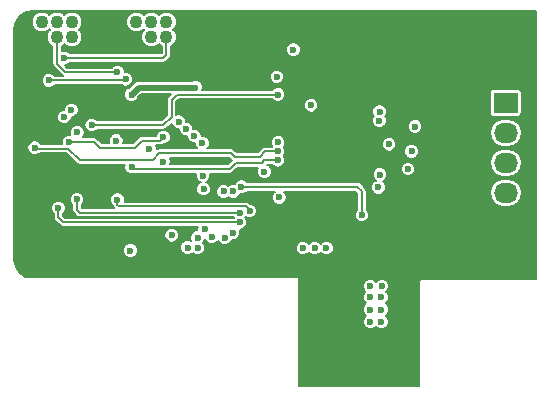
<source format=gbr>
G04 #@! TF.FileFunction,Copper,L3,Inr,Signal*
%FSLAX46Y46*%
G04 Gerber Fmt 4.6, Leading zero omitted, Abs format (unit mm)*
G04 Created by KiCad (PCBNEW 4.0.3+e1-6302~38~ubuntu14.04.1-stable) date Wed Sep  7 14:23:00 2016*
%MOMM*%
%LPD*%
G01*
G04 APERTURE LIST*
%ADD10C,0.100000*%
%ADD11C,0.600000*%
%ADD12R,2.032000X1.727200*%
%ADD13O,2.032000X1.727200*%
%ADD14C,1.100000*%
%ADD15C,0.500000*%
%ADD16C,0.200000*%
%ADD17C,0.150000*%
G04 APERTURE END LIST*
D10*
D11*
X152000000Y-83000000D03*
X152000000Y-81000000D03*
X153000000Y-84000000D03*
X151000000Y-84000000D03*
X153000000Y-82000000D03*
X151000000Y-82000000D03*
X153000000Y-80000000D03*
X151000000Y-80000000D03*
D12*
X167000000Y-78190000D03*
D13*
X167000000Y-80730000D03*
X167000000Y-83270000D03*
X167000000Y-85810000D03*
D11*
X143425000Y-83150000D03*
X144425000Y-82150000D03*
D14*
X138270000Y-72635000D03*
X138270000Y-71365000D03*
X137000000Y-72635000D03*
X137000000Y-71365000D03*
X135730000Y-72635000D03*
X135730000Y-71365000D03*
X130270000Y-72635000D03*
X130270000Y-71365000D03*
X129000000Y-72635000D03*
X129000000Y-71365000D03*
X127730000Y-72635000D03*
X127730000Y-71365000D03*
D11*
X149425000Y-71200000D03*
X148425000Y-71200000D03*
X147425000Y-71200000D03*
X146425000Y-71200000D03*
X145425000Y-71200000D03*
X144425000Y-71200000D03*
X143425000Y-71200000D03*
X142425000Y-71200000D03*
X141425000Y-71200000D03*
X140425000Y-71200000D03*
X129525000Y-82700000D03*
X135325000Y-77500000D03*
X140725000Y-76900000D03*
X138025000Y-83200000D03*
X149025000Y-73700000D03*
X151825000Y-90500000D03*
X150825000Y-90500000D03*
X149825000Y-90500000D03*
X140925000Y-90450000D03*
X139925000Y-80400000D03*
X140075000Y-90450000D03*
X139325000Y-79800000D03*
X143925000Y-89200000D03*
X143925000Y-85700000D03*
X143225000Y-89600000D03*
X143125000Y-85700000D03*
X156475000Y-95700000D03*
X156475000Y-94650000D03*
X156525000Y-93700000D03*
X155525000Y-93700000D03*
X155525000Y-94650000D03*
X155525000Y-95700000D03*
X155525000Y-96750000D03*
X156475000Y-96750000D03*
X135225000Y-90700000D03*
X156350000Y-84275000D03*
X156300000Y-79725000D03*
X141375000Y-84350000D03*
X142125000Y-89550000D03*
X141525000Y-88900000D03*
X141425000Y-85500000D03*
X138725000Y-89400000D03*
X141325000Y-81600000D03*
X156225000Y-85350000D03*
X156325000Y-78950000D03*
X147825000Y-86200000D03*
X159325000Y-80200000D03*
X157125000Y-81700000D03*
X159025000Y-82300000D03*
X158725000Y-83800000D03*
X144625000Y-85300000D03*
X154825000Y-87700000D03*
X150525000Y-78400000D03*
X147625000Y-76000000D03*
X146575000Y-84025000D03*
X129625000Y-74400000D03*
X129625000Y-79400000D03*
X138025000Y-81100000D03*
X130025000Y-81500000D03*
X136825000Y-82100000D03*
X134825000Y-76200000D03*
X128325000Y-76300000D03*
X147725000Y-83050000D03*
X135325000Y-83600000D03*
X147725000Y-82300000D03*
X127125000Y-82000000D03*
X147725000Y-77500000D03*
X147725000Y-81550000D03*
X131950000Y-80075000D03*
X140925000Y-89600000D03*
X140625000Y-81000000D03*
X144475000Y-88300000D03*
X129125000Y-87100000D03*
X130225000Y-78800000D03*
X134125000Y-86400000D03*
X145325000Y-87350000D03*
X134125000Y-75600000D03*
X134025000Y-81400000D03*
X144475000Y-87500000D03*
X130700000Y-86375000D03*
X130725000Y-80700000D03*
D15*
X140725000Y-76900000D02*
X135925000Y-76900000D01*
X135925000Y-76900000D02*
X135325000Y-77500000D01*
D16*
X144625000Y-85300000D02*
X154425000Y-85300000D01*
X154825000Y-85700000D02*
X154825000Y-87700000D01*
X154425000Y-85300000D02*
X154825000Y-85700000D01*
D17*
X135725000Y-74400000D02*
X138025000Y-74400000D01*
X135725000Y-74400000D02*
X129625000Y-74400000D01*
X138270000Y-74155000D02*
X138270000Y-72635000D01*
X138025000Y-74400000D02*
X138270000Y-74155000D01*
X132125000Y-81500000D02*
X132625000Y-82000000D01*
X132625000Y-82000000D02*
X135625000Y-82000000D01*
X135625000Y-82000000D02*
X136225000Y-81400000D01*
X136225000Y-81400000D02*
X137725000Y-81400000D01*
X137725000Y-81400000D02*
X138025000Y-81100000D01*
X130025000Y-81500000D02*
X132125000Y-81500000D01*
X134725000Y-76300000D02*
X134825000Y-76200000D01*
X128325000Y-76300000D02*
X134725000Y-76300000D01*
X147725000Y-83050000D02*
X146575000Y-83050000D01*
X135525000Y-83800000D02*
X135325000Y-83600000D01*
X143625000Y-83800000D02*
X135525000Y-83800000D01*
X144125000Y-83300000D02*
X143625000Y-83800000D01*
X146325000Y-83300000D02*
X144125000Y-83300000D01*
X146575000Y-83050000D02*
X146325000Y-83300000D01*
X147725000Y-82300000D02*
X146625000Y-82300000D01*
X127200000Y-82075000D02*
X127125000Y-82000000D01*
X129975000Y-82075000D02*
X127200000Y-82075000D01*
X130925000Y-83025000D02*
X129975000Y-82075000D01*
X137100000Y-83025000D02*
X130925000Y-83025000D01*
X137675000Y-82450000D02*
X137100000Y-83025000D01*
X143750000Y-82450000D02*
X137675000Y-82450000D01*
X144050000Y-82750000D02*
X143750000Y-82450000D01*
X146175000Y-82750000D02*
X144050000Y-82750000D01*
X146625000Y-82300000D02*
X146175000Y-82750000D01*
X131950000Y-80075000D02*
X138025000Y-80075000D01*
X139825000Y-77500000D02*
X147725000Y-77500000D01*
X139175000Y-77500000D02*
X139825000Y-77500000D01*
X138725000Y-77950000D02*
X139175000Y-77500000D01*
X138725000Y-79375000D02*
X138725000Y-77950000D01*
X138025000Y-80075000D02*
X138725000Y-79375000D01*
X144475000Y-88300000D02*
X129525000Y-88300000D01*
X129125000Y-87900000D02*
X129125000Y-87100000D01*
X129525000Y-88300000D02*
X129125000Y-87900000D01*
X145325000Y-87350000D02*
X145325000Y-87300000D01*
X134125000Y-86850000D02*
X134125000Y-86400000D01*
X134225000Y-86950000D02*
X134125000Y-86850000D01*
X144975000Y-86950000D02*
X134225000Y-86950000D01*
X145325000Y-87300000D02*
X144975000Y-86950000D01*
X134125000Y-75600000D02*
X129725000Y-75600000D01*
X129000000Y-74875000D02*
X129000000Y-72635000D01*
X129725000Y-75600000D02*
X129000000Y-74875000D01*
X144475000Y-87500000D02*
X130925000Y-87500000D01*
X130700000Y-87275000D02*
X130700000Y-86375000D01*
X130925000Y-87500000D02*
X130700000Y-87275000D01*
X130725000Y-86400000D02*
X130700000Y-86375000D01*
D16*
G36*
X169597716Y-70402284D02*
X169605000Y-70438903D01*
X169605000Y-93061097D01*
X169597716Y-93097716D01*
X169586234Y-93100000D01*
X159800000Y-93100000D01*
X159761094Y-93107879D01*
X159728319Y-93130273D01*
X159706839Y-93163654D01*
X159700000Y-93200000D01*
X159700000Y-102200000D01*
X149500000Y-102200000D01*
X149500000Y-93822785D01*
X154904892Y-93822785D01*
X154999083Y-94050743D01*
X155123187Y-94175064D01*
X154999696Y-94298339D01*
X154905107Y-94526133D01*
X154904892Y-94772785D01*
X154999083Y-95000743D01*
X155173187Y-95175151D01*
X154999696Y-95348339D01*
X154905107Y-95576133D01*
X154904892Y-95822785D01*
X154999083Y-96050743D01*
X155173187Y-96225151D01*
X154999696Y-96398339D01*
X154905107Y-96626133D01*
X154904892Y-96872785D01*
X154999083Y-97100743D01*
X155173339Y-97275304D01*
X155401133Y-97369893D01*
X155647785Y-97370108D01*
X155875743Y-97275917D01*
X156000064Y-97151813D01*
X156123339Y-97275304D01*
X156351133Y-97369893D01*
X156597785Y-97370108D01*
X156825743Y-97275917D01*
X157000304Y-97101661D01*
X157094893Y-96873867D01*
X157095108Y-96627215D01*
X157000917Y-96399257D01*
X156826813Y-96224849D01*
X157000304Y-96051661D01*
X157094893Y-95823867D01*
X157095108Y-95577215D01*
X157000917Y-95349257D01*
X156826813Y-95174849D01*
X157000304Y-95001661D01*
X157094893Y-94773867D01*
X157095108Y-94527215D01*
X157000917Y-94299257D01*
X156901770Y-94199936D01*
X157050304Y-94051661D01*
X157144893Y-93823867D01*
X157145108Y-93577215D01*
X157050917Y-93349257D01*
X156876661Y-93174696D01*
X156648867Y-93080107D01*
X156402215Y-93079892D01*
X156174257Y-93174083D01*
X156024892Y-93323187D01*
X155876661Y-93174696D01*
X155648867Y-93080107D01*
X155402215Y-93079892D01*
X155174257Y-93174083D01*
X154999696Y-93348339D01*
X154905107Y-93576133D01*
X154904892Y-93822785D01*
X149500000Y-93822785D01*
X149500000Y-93000000D01*
X149492121Y-92961094D01*
X149469727Y-92928319D01*
X149436346Y-92906839D01*
X149400000Y-92900000D01*
X126275496Y-92900000D01*
X125870565Y-92629435D01*
X125524323Y-92111245D01*
X125395000Y-91461096D01*
X125395000Y-90822785D01*
X134604892Y-90822785D01*
X134699083Y-91050743D01*
X134873339Y-91225304D01*
X135101133Y-91319893D01*
X135347785Y-91320108D01*
X135575743Y-91225917D01*
X135750304Y-91051661D01*
X135844893Y-90823867D01*
X135845108Y-90577215D01*
X135750917Y-90349257D01*
X135576661Y-90174696D01*
X135348867Y-90080107D01*
X135102215Y-90079892D01*
X134874257Y-90174083D01*
X134699696Y-90348339D01*
X134605107Y-90576133D01*
X134604892Y-90822785D01*
X125395000Y-90822785D01*
X125395000Y-89522785D01*
X138104892Y-89522785D01*
X138199083Y-89750743D01*
X138373339Y-89925304D01*
X138601133Y-90019893D01*
X138847785Y-90020108D01*
X139075743Y-89925917D01*
X139250304Y-89751661D01*
X139344893Y-89523867D01*
X139345108Y-89277215D01*
X139250917Y-89049257D01*
X139076661Y-88874696D01*
X138848867Y-88780107D01*
X138602215Y-88779892D01*
X138374257Y-88874083D01*
X138199696Y-89048339D01*
X138105107Y-89276133D01*
X138104892Y-89522785D01*
X125395000Y-89522785D01*
X125395000Y-87222785D01*
X128504892Y-87222785D01*
X128599083Y-87450743D01*
X128730000Y-87581889D01*
X128730000Y-87900000D01*
X128760068Y-88051160D01*
X128845693Y-88179307D01*
X129245693Y-88579307D01*
X129373840Y-88664932D01*
X129525000Y-88695000D01*
X140938797Y-88695000D01*
X140905107Y-88776133D01*
X140904929Y-88979982D01*
X140802215Y-88979892D01*
X140574257Y-89074083D01*
X140399696Y-89248339D01*
X140305107Y-89476133D01*
X140304892Y-89722785D01*
X140380380Y-89905478D01*
X140198867Y-89830107D01*
X139952215Y-89829892D01*
X139724257Y-89924083D01*
X139549696Y-90098339D01*
X139455107Y-90326133D01*
X139454892Y-90572785D01*
X139549083Y-90800743D01*
X139723339Y-90975304D01*
X139951133Y-91069893D01*
X140197785Y-91070108D01*
X140425743Y-90975917D01*
X140499977Y-90901813D01*
X140573339Y-90975304D01*
X140801133Y-91069893D01*
X141047785Y-91070108D01*
X141275743Y-90975917D01*
X141450304Y-90801661D01*
X141524580Y-90622785D01*
X149204892Y-90622785D01*
X149299083Y-90850743D01*
X149473339Y-91025304D01*
X149701133Y-91119893D01*
X149947785Y-91120108D01*
X150175743Y-91025917D01*
X150325108Y-90876813D01*
X150473339Y-91025304D01*
X150701133Y-91119893D01*
X150947785Y-91120108D01*
X151175743Y-91025917D01*
X151325108Y-90876813D01*
X151473339Y-91025304D01*
X151701133Y-91119893D01*
X151947785Y-91120108D01*
X152175743Y-91025917D01*
X152350304Y-90851661D01*
X152444893Y-90623867D01*
X152445108Y-90377215D01*
X152350917Y-90149257D01*
X152176661Y-89974696D01*
X151948867Y-89880107D01*
X151702215Y-89879892D01*
X151474257Y-89974083D01*
X151324892Y-90123187D01*
X151176661Y-89974696D01*
X150948867Y-89880107D01*
X150702215Y-89879892D01*
X150474257Y-89974083D01*
X150324892Y-90123187D01*
X150176661Y-89974696D01*
X149948867Y-89880107D01*
X149702215Y-89879892D01*
X149474257Y-89974083D01*
X149299696Y-90148339D01*
X149205107Y-90376133D01*
X149204892Y-90622785D01*
X141524580Y-90622785D01*
X141544893Y-90573867D01*
X141545108Y-90327215D01*
X141450917Y-90099257D01*
X141376813Y-90025023D01*
X141450304Y-89951661D01*
X141535423Y-89746674D01*
X141599083Y-89900743D01*
X141773339Y-90075304D01*
X142001133Y-90169893D01*
X142247785Y-90170108D01*
X142475743Y-90075917D01*
X142650304Y-89901661D01*
X142664588Y-89867260D01*
X142699083Y-89950743D01*
X142873339Y-90125304D01*
X143101133Y-90219893D01*
X143347785Y-90220108D01*
X143575743Y-90125917D01*
X143750304Y-89951661D01*
X143805018Y-89819896D01*
X144047785Y-89820108D01*
X144275743Y-89725917D01*
X144450304Y-89551661D01*
X144544893Y-89323867D01*
X144545108Y-89077215D01*
X144480150Y-88920005D01*
X144597785Y-88920108D01*
X144825743Y-88825917D01*
X145000304Y-88651661D01*
X145094893Y-88423867D01*
X145095108Y-88177215D01*
X145000917Y-87949257D01*
X144951813Y-87900067D01*
X144975656Y-87876266D01*
X145201133Y-87969893D01*
X145447785Y-87970108D01*
X145675743Y-87875917D01*
X145850304Y-87701661D01*
X145944893Y-87473867D01*
X145945108Y-87227215D01*
X145850917Y-86999257D01*
X145676661Y-86824696D01*
X145448867Y-86730107D01*
X145313603Y-86729989D01*
X145254307Y-86670693D01*
X145126160Y-86585068D01*
X144975000Y-86555000D01*
X134731965Y-86555000D01*
X134744893Y-86523867D01*
X134745108Y-86277215D01*
X134650917Y-86049257D01*
X134476661Y-85874696D01*
X134248867Y-85780107D01*
X134002215Y-85779892D01*
X133774257Y-85874083D01*
X133599696Y-86048339D01*
X133505107Y-86276133D01*
X133504892Y-86522785D01*
X133599083Y-86750743D01*
X133737922Y-86889825D01*
X133760068Y-87001160D01*
X133829452Y-87105000D01*
X131095000Y-87105000D01*
X131095000Y-86856737D01*
X131225304Y-86726661D01*
X131319893Y-86498867D01*
X131320108Y-86252215D01*
X131225917Y-86024257D01*
X131051661Y-85849696D01*
X130823867Y-85755107D01*
X130577215Y-85754892D01*
X130349257Y-85849083D01*
X130174696Y-86023339D01*
X130080107Y-86251133D01*
X130079892Y-86497785D01*
X130174083Y-86725743D01*
X130305000Y-86856889D01*
X130305000Y-87275000D01*
X130335068Y-87426160D01*
X130420693Y-87554307D01*
X130645693Y-87779307D01*
X130773840Y-87864932D01*
X130925000Y-87895000D01*
X143993263Y-87895000D01*
X143998187Y-87899933D01*
X143993111Y-87905000D01*
X129688614Y-87905000D01*
X129520000Y-87736386D01*
X129520000Y-87581737D01*
X129650304Y-87451661D01*
X129744893Y-87223867D01*
X129745108Y-86977215D01*
X129650917Y-86749257D01*
X129476661Y-86574696D01*
X129248867Y-86480107D01*
X129002215Y-86479892D01*
X128774257Y-86574083D01*
X128599696Y-86748339D01*
X128505107Y-86976133D01*
X128504892Y-87222785D01*
X125395000Y-87222785D01*
X125395000Y-82122785D01*
X126504892Y-82122785D01*
X126599083Y-82350743D01*
X126773339Y-82525304D01*
X127001133Y-82619893D01*
X127247785Y-82620108D01*
X127475743Y-82525917D01*
X127531758Y-82470000D01*
X129811386Y-82470000D01*
X130645693Y-83304307D01*
X130773840Y-83389932D01*
X130925000Y-83420000D01*
X134728416Y-83420000D01*
X134705107Y-83476133D01*
X134704892Y-83722785D01*
X134799083Y-83950743D01*
X134973339Y-84125304D01*
X135201133Y-84219893D01*
X135447785Y-84220108D01*
X135513896Y-84192791D01*
X135525000Y-84195000D01*
X140768035Y-84195000D01*
X140755107Y-84226133D01*
X140754892Y-84472785D01*
X140849083Y-84700743D01*
X141023339Y-84875304D01*
X141167971Y-84935361D01*
X141074257Y-84974083D01*
X140899696Y-85148339D01*
X140805107Y-85376133D01*
X140804892Y-85622785D01*
X140899083Y-85850743D01*
X141073339Y-86025304D01*
X141301133Y-86119893D01*
X141547785Y-86120108D01*
X141775743Y-86025917D01*
X141950304Y-85851661D01*
X141962294Y-85822785D01*
X142504892Y-85822785D01*
X142599083Y-86050743D01*
X142773339Y-86225304D01*
X143001133Y-86319893D01*
X143247785Y-86320108D01*
X143475743Y-86225917D01*
X143524933Y-86176813D01*
X143573339Y-86225304D01*
X143801133Y-86319893D01*
X144047785Y-86320108D01*
X144275743Y-86225917D01*
X144450304Y-86051661D01*
X144505018Y-85919896D01*
X144747785Y-85920108D01*
X144975743Y-85825917D01*
X145081845Y-85720000D01*
X147428260Y-85720000D01*
X147299696Y-85848339D01*
X147205107Y-86076133D01*
X147204892Y-86322785D01*
X147299083Y-86550743D01*
X147473339Y-86725304D01*
X147701133Y-86819893D01*
X147947785Y-86820108D01*
X148175743Y-86725917D01*
X148350304Y-86551661D01*
X148444893Y-86323867D01*
X148445108Y-86077215D01*
X148350917Y-85849257D01*
X148221886Y-85720000D01*
X154251030Y-85720000D01*
X154405000Y-85873970D01*
X154405000Y-87243219D01*
X154299696Y-87348339D01*
X154205107Y-87576133D01*
X154204892Y-87822785D01*
X154299083Y-88050743D01*
X154473339Y-88225304D01*
X154701133Y-88319893D01*
X154947785Y-88320108D01*
X155175743Y-88225917D01*
X155350304Y-88051661D01*
X155444893Y-87823867D01*
X155445108Y-87577215D01*
X155350917Y-87349257D01*
X155245000Y-87243155D01*
X155245000Y-85700000D01*
X155213029Y-85539273D01*
X155168604Y-85472785D01*
X155604892Y-85472785D01*
X155699083Y-85700743D01*
X155873339Y-85875304D01*
X156101133Y-85969893D01*
X156347785Y-85970108D01*
X156575743Y-85875917D01*
X156641775Y-85810000D01*
X165637826Y-85810000D01*
X165727922Y-86262944D01*
X165984494Y-86646932D01*
X166368482Y-86903504D01*
X166821426Y-86993600D01*
X167178574Y-86993600D01*
X167631518Y-86903504D01*
X168015506Y-86646932D01*
X168272078Y-86262944D01*
X168362174Y-85810000D01*
X168272078Y-85357056D01*
X168015506Y-84973068D01*
X167631518Y-84716496D01*
X167178574Y-84626400D01*
X166821426Y-84626400D01*
X166368482Y-84716496D01*
X165984494Y-84973068D01*
X165727922Y-85357056D01*
X165637826Y-85810000D01*
X156641775Y-85810000D01*
X156750304Y-85701661D01*
X156844893Y-85473867D01*
X156845108Y-85227215D01*
X156750917Y-84999257D01*
X156596090Y-84844159D01*
X156700743Y-84800917D01*
X156875304Y-84626661D01*
X156969893Y-84398867D01*
X156970108Y-84152215D01*
X156875917Y-83924257D01*
X156874448Y-83922785D01*
X158104892Y-83922785D01*
X158199083Y-84150743D01*
X158373339Y-84325304D01*
X158601133Y-84419893D01*
X158847785Y-84420108D01*
X159075743Y-84325917D01*
X159250304Y-84151661D01*
X159344893Y-83923867D01*
X159345108Y-83677215D01*
X159250917Y-83449257D01*
X159076661Y-83274696D01*
X159065352Y-83270000D01*
X165637826Y-83270000D01*
X165727922Y-83722944D01*
X165984494Y-84106932D01*
X166368482Y-84363504D01*
X166821426Y-84453600D01*
X167178574Y-84453600D01*
X167631518Y-84363504D01*
X168015506Y-84106932D01*
X168272078Y-83722944D01*
X168362174Y-83270000D01*
X168272078Y-82817056D01*
X168015506Y-82433068D01*
X167631518Y-82176496D01*
X167178574Y-82086400D01*
X166821426Y-82086400D01*
X166368482Y-82176496D01*
X165984494Y-82433068D01*
X165727922Y-82817056D01*
X165637826Y-83270000D01*
X159065352Y-83270000D01*
X158848867Y-83180107D01*
X158602215Y-83179892D01*
X158374257Y-83274083D01*
X158199696Y-83448339D01*
X158105107Y-83676133D01*
X158104892Y-83922785D01*
X156874448Y-83922785D01*
X156701661Y-83749696D01*
X156473867Y-83655107D01*
X156227215Y-83654892D01*
X155999257Y-83749083D01*
X155824696Y-83923339D01*
X155730107Y-84151133D01*
X155729892Y-84397785D01*
X155824083Y-84625743D01*
X155978910Y-84780841D01*
X155874257Y-84824083D01*
X155699696Y-84998339D01*
X155605107Y-85226133D01*
X155604892Y-85472785D01*
X155168604Y-85472785D01*
X155121985Y-85403015D01*
X154721985Y-85003015D01*
X154585727Y-84911971D01*
X154425000Y-84880000D01*
X145081781Y-84880000D01*
X144976661Y-84774696D01*
X144748867Y-84680107D01*
X144502215Y-84679892D01*
X144274257Y-84774083D01*
X144099696Y-84948339D01*
X144044982Y-85080104D01*
X143802215Y-85079892D01*
X143574257Y-85174083D01*
X143525067Y-85223187D01*
X143476661Y-85174696D01*
X143248867Y-85080107D01*
X143002215Y-85079892D01*
X142774257Y-85174083D01*
X142599696Y-85348339D01*
X142505107Y-85576133D01*
X142504892Y-85822785D01*
X141962294Y-85822785D01*
X142044893Y-85623867D01*
X142045108Y-85377215D01*
X141950917Y-85149257D01*
X141776661Y-84974696D01*
X141632029Y-84914639D01*
X141725743Y-84875917D01*
X141900304Y-84701661D01*
X141994893Y-84473867D01*
X141995108Y-84227215D01*
X141981797Y-84195000D01*
X143625000Y-84195000D01*
X143776160Y-84164932D01*
X143904307Y-84079307D01*
X144288614Y-83695000D01*
X146040702Y-83695000D01*
X145955107Y-83901133D01*
X145954892Y-84147785D01*
X146049083Y-84375743D01*
X146223339Y-84550304D01*
X146451133Y-84644893D01*
X146697785Y-84645108D01*
X146925743Y-84550917D01*
X147100304Y-84376661D01*
X147194893Y-84148867D01*
X147195108Y-83902215D01*
X147100917Y-83674257D01*
X146926661Y-83499696D01*
X146794939Y-83445000D01*
X147243263Y-83445000D01*
X147373339Y-83575304D01*
X147601133Y-83669893D01*
X147847785Y-83670108D01*
X148075743Y-83575917D01*
X148250304Y-83401661D01*
X148344893Y-83173867D01*
X148345108Y-82927215D01*
X148250917Y-82699257D01*
X148226813Y-82675111D01*
X148250304Y-82651661D01*
X148344893Y-82423867D01*
X148344893Y-82422785D01*
X158404892Y-82422785D01*
X158499083Y-82650743D01*
X158673339Y-82825304D01*
X158901133Y-82919893D01*
X159147785Y-82920108D01*
X159375743Y-82825917D01*
X159550304Y-82651661D01*
X159644893Y-82423867D01*
X159645108Y-82177215D01*
X159550917Y-81949257D01*
X159376661Y-81774696D01*
X159148867Y-81680107D01*
X158902215Y-81679892D01*
X158674257Y-81774083D01*
X158499696Y-81948339D01*
X158405107Y-82176133D01*
X158404892Y-82422785D01*
X148344893Y-82422785D01*
X148345108Y-82177215D01*
X148250917Y-81949257D01*
X148226813Y-81925111D01*
X148250304Y-81901661D01*
X148283056Y-81822785D01*
X156504892Y-81822785D01*
X156599083Y-82050743D01*
X156773339Y-82225304D01*
X157001133Y-82319893D01*
X157247785Y-82320108D01*
X157475743Y-82225917D01*
X157650304Y-82051661D01*
X157744893Y-81823867D01*
X157745108Y-81577215D01*
X157650917Y-81349257D01*
X157476661Y-81174696D01*
X157248867Y-81080107D01*
X157002215Y-81079892D01*
X156774257Y-81174083D01*
X156599696Y-81348339D01*
X156505107Y-81576133D01*
X156504892Y-81822785D01*
X148283056Y-81822785D01*
X148344893Y-81673867D01*
X148345108Y-81427215D01*
X148250917Y-81199257D01*
X148076661Y-81024696D01*
X147848867Y-80930107D01*
X147602215Y-80929892D01*
X147374257Y-81024083D01*
X147199696Y-81198339D01*
X147105107Y-81426133D01*
X147104892Y-81672785D01*
X147199083Y-81900743D01*
X147203333Y-81905000D01*
X146625000Y-81905000D01*
X146473840Y-81935068D01*
X146345693Y-82020693D01*
X146011386Y-82355000D01*
X144213614Y-82355000D01*
X144029307Y-82170693D01*
X143901160Y-82085068D01*
X143750000Y-82055000D01*
X141746784Y-82055000D01*
X141850304Y-81951661D01*
X141944893Y-81723867D01*
X141945108Y-81477215D01*
X141850917Y-81249257D01*
X141676661Y-81074696D01*
X141448867Y-80980107D01*
X141245018Y-80979929D01*
X141245108Y-80877215D01*
X141150917Y-80649257D01*
X140976661Y-80474696D01*
X140748867Y-80380107D01*
X140545018Y-80379929D01*
X140545108Y-80277215D01*
X140450917Y-80049257D01*
X140276661Y-79874696D01*
X140211853Y-79847785D01*
X155679892Y-79847785D01*
X155774083Y-80075743D01*
X155948339Y-80250304D01*
X156176133Y-80344893D01*
X156422785Y-80345108D01*
X156476810Y-80322785D01*
X158704892Y-80322785D01*
X158799083Y-80550743D01*
X158973339Y-80725304D01*
X159201133Y-80819893D01*
X159447785Y-80820108D01*
X159665861Y-80730000D01*
X165637826Y-80730000D01*
X165727922Y-81182944D01*
X165984494Y-81566932D01*
X166368482Y-81823504D01*
X166821426Y-81913600D01*
X167178574Y-81913600D01*
X167631518Y-81823504D01*
X168015506Y-81566932D01*
X168272078Y-81182944D01*
X168362174Y-80730000D01*
X168272078Y-80277056D01*
X168015506Y-79893068D01*
X167631518Y-79636496D01*
X167178574Y-79546400D01*
X166821426Y-79546400D01*
X166368482Y-79636496D01*
X165984494Y-79893068D01*
X165727922Y-80277056D01*
X165637826Y-80730000D01*
X159665861Y-80730000D01*
X159675743Y-80725917D01*
X159850304Y-80551661D01*
X159944893Y-80323867D01*
X159945108Y-80077215D01*
X159850917Y-79849257D01*
X159676661Y-79674696D01*
X159448867Y-79580107D01*
X159202215Y-79579892D01*
X158974257Y-79674083D01*
X158799696Y-79848339D01*
X158705107Y-80076133D01*
X158704892Y-80322785D01*
X156476810Y-80322785D01*
X156650743Y-80250917D01*
X156825304Y-80076661D01*
X156919893Y-79848867D01*
X156920108Y-79602215D01*
X156825917Y-79374257D01*
X156801791Y-79350089D01*
X156850304Y-79301661D01*
X156944893Y-79073867D01*
X156945108Y-78827215D01*
X156850917Y-78599257D01*
X156676661Y-78424696D01*
X156448867Y-78330107D01*
X156202215Y-78329892D01*
X155974257Y-78424083D01*
X155799696Y-78598339D01*
X155705107Y-78826133D01*
X155704892Y-79072785D01*
X155799083Y-79300743D01*
X155823209Y-79324911D01*
X155774696Y-79373339D01*
X155680107Y-79601133D01*
X155679892Y-79847785D01*
X140211853Y-79847785D01*
X140048867Y-79780107D01*
X139945018Y-79780016D01*
X139945108Y-79677215D01*
X139850917Y-79449257D01*
X139676661Y-79274696D01*
X139448867Y-79180107D01*
X139202215Y-79179892D01*
X139120000Y-79213863D01*
X139120000Y-78522785D01*
X149904892Y-78522785D01*
X149999083Y-78750743D01*
X150173339Y-78925304D01*
X150401133Y-79019893D01*
X150647785Y-79020108D01*
X150875743Y-78925917D01*
X151050304Y-78751661D01*
X151144893Y-78523867D01*
X151145108Y-78277215D01*
X151050917Y-78049257D01*
X150876661Y-77874696D01*
X150648867Y-77780107D01*
X150402215Y-77779892D01*
X150174257Y-77874083D01*
X149999696Y-78048339D01*
X149905107Y-78276133D01*
X149904892Y-78522785D01*
X139120000Y-78522785D01*
X139120000Y-78113614D01*
X139338614Y-77895000D01*
X147243263Y-77895000D01*
X147373339Y-78025304D01*
X147601133Y-78119893D01*
X147847785Y-78120108D01*
X148075743Y-78025917D01*
X148250304Y-77851661D01*
X148344893Y-77623867D01*
X148345108Y-77377215D01*
X148324112Y-77326400D01*
X165657731Y-77326400D01*
X165657731Y-79053600D01*
X165680044Y-79172185D01*
X165750128Y-79281098D01*
X165857063Y-79354164D01*
X165984000Y-79379869D01*
X168016000Y-79379869D01*
X168134585Y-79357556D01*
X168243498Y-79287472D01*
X168316564Y-79180537D01*
X168342269Y-79053600D01*
X168342269Y-77326400D01*
X168319956Y-77207815D01*
X168249872Y-77098902D01*
X168142937Y-77025836D01*
X168016000Y-77000131D01*
X165984000Y-77000131D01*
X165865415Y-77022444D01*
X165756502Y-77092528D01*
X165683436Y-77199463D01*
X165657731Y-77326400D01*
X148324112Y-77326400D01*
X148250917Y-77149257D01*
X148076661Y-76974696D01*
X147848867Y-76880107D01*
X147602215Y-76879892D01*
X147374257Y-76974083D01*
X147243111Y-77105000D01*
X141311203Y-77105000D01*
X141344893Y-77023867D01*
X141345108Y-76777215D01*
X141250917Y-76549257D01*
X141076661Y-76374696D01*
X140848867Y-76280107D01*
X140602215Y-76279892D01*
X140480945Y-76330000D01*
X135925000Y-76330000D01*
X135706870Y-76373389D01*
X135548352Y-76479307D01*
X135521949Y-76496949D01*
X135094498Y-76924400D01*
X134974257Y-76974083D01*
X134799696Y-77148339D01*
X134705107Y-77376133D01*
X134704892Y-77622785D01*
X134799083Y-77850743D01*
X134973339Y-78025304D01*
X135201133Y-78119893D01*
X135447785Y-78120108D01*
X135675743Y-78025917D01*
X135850304Y-77851661D01*
X135900624Y-77730478D01*
X136161102Y-77470000D01*
X138646386Y-77470000D01*
X138445693Y-77670693D01*
X138360068Y-77798840D01*
X138330000Y-77950000D01*
X138330000Y-79211385D01*
X137861386Y-79680000D01*
X132431737Y-79680000D01*
X132301661Y-79549696D01*
X132073867Y-79455107D01*
X131827215Y-79454892D01*
X131599257Y-79549083D01*
X131424696Y-79723339D01*
X131330107Y-79951133D01*
X131329892Y-80197785D01*
X131424083Y-80425743D01*
X131598339Y-80600304D01*
X131826133Y-80694893D01*
X132072785Y-80695108D01*
X132300743Y-80600917D01*
X132431889Y-80470000D01*
X138025000Y-80470000D01*
X138176160Y-80439932D01*
X138304307Y-80354307D01*
X138713938Y-79944677D01*
X138799083Y-80150743D01*
X138973339Y-80325304D01*
X139201133Y-80419893D01*
X139304982Y-80419984D01*
X139304892Y-80522785D01*
X139399083Y-80750743D01*
X139573339Y-80925304D01*
X139801133Y-81019893D01*
X140004982Y-81020071D01*
X140004892Y-81122785D01*
X140099083Y-81350743D01*
X140273339Y-81525304D01*
X140501133Y-81619893D01*
X140704982Y-81620071D01*
X140704892Y-81722785D01*
X140799083Y-81950743D01*
X140903158Y-82055000D01*
X137675000Y-82055000D01*
X137523840Y-82085068D01*
X137444968Y-82137768D01*
X137445108Y-81977215D01*
X137369818Y-81795000D01*
X137725000Y-81795000D01*
X137876160Y-81764932D01*
X137943510Y-81719930D01*
X138147785Y-81720108D01*
X138375743Y-81625917D01*
X138550304Y-81451661D01*
X138644893Y-81223867D01*
X138645108Y-80977215D01*
X138550917Y-80749257D01*
X138376661Y-80574696D01*
X138148867Y-80480107D01*
X137902215Y-80479892D01*
X137674257Y-80574083D01*
X137499696Y-80748339D01*
X137405107Y-80976133D01*
X137405082Y-81005000D01*
X136225000Y-81005000D01*
X136073840Y-81035068D01*
X135945693Y-81120693D01*
X135461386Y-81605000D01*
X134611203Y-81605000D01*
X134644893Y-81523867D01*
X134645108Y-81277215D01*
X134550917Y-81049257D01*
X134376661Y-80874696D01*
X134148867Y-80780107D01*
X133902215Y-80779892D01*
X133674257Y-80874083D01*
X133499696Y-81048339D01*
X133405107Y-81276133D01*
X133404892Y-81522785D01*
X133438863Y-81605000D01*
X132788614Y-81605000D01*
X132404307Y-81220693D01*
X132276160Y-81135068D01*
X132125000Y-81105000D01*
X131196872Y-81105000D01*
X131250304Y-81051661D01*
X131344893Y-80823867D01*
X131345108Y-80577215D01*
X131250917Y-80349257D01*
X131076661Y-80174696D01*
X130848867Y-80080107D01*
X130602215Y-80079892D01*
X130374257Y-80174083D01*
X130199696Y-80348339D01*
X130105107Y-80576133D01*
X130104892Y-80822785D01*
X130128570Y-80880089D01*
X129902215Y-80879892D01*
X129674257Y-80974083D01*
X129499696Y-81148339D01*
X129405107Y-81376133D01*
X129404892Y-81622785D01*
X129428533Y-81680000D01*
X127663620Y-81680000D01*
X127650917Y-81649257D01*
X127476661Y-81474696D01*
X127248867Y-81380107D01*
X127002215Y-81379892D01*
X126774257Y-81474083D01*
X126599696Y-81648339D01*
X126505107Y-81876133D01*
X126504892Y-82122785D01*
X125395000Y-82122785D01*
X125395000Y-79522785D01*
X129004892Y-79522785D01*
X129099083Y-79750743D01*
X129273339Y-79925304D01*
X129501133Y-80019893D01*
X129747785Y-80020108D01*
X129975743Y-79925917D01*
X130150304Y-79751661D01*
X130244893Y-79523867D01*
X130244984Y-79420018D01*
X130347785Y-79420108D01*
X130575743Y-79325917D01*
X130750304Y-79151661D01*
X130844893Y-78923867D01*
X130845108Y-78677215D01*
X130750917Y-78449257D01*
X130576661Y-78274696D01*
X130348867Y-78180107D01*
X130102215Y-78179892D01*
X129874257Y-78274083D01*
X129699696Y-78448339D01*
X129605107Y-78676133D01*
X129605016Y-78779982D01*
X129502215Y-78779892D01*
X129274257Y-78874083D01*
X129099696Y-79048339D01*
X129005107Y-79276133D01*
X129004892Y-79522785D01*
X125395000Y-79522785D01*
X125395000Y-72038904D01*
X125494776Y-71537294D01*
X126859850Y-71537294D01*
X126992020Y-71857171D01*
X127236541Y-72102120D01*
X127556187Y-72234848D01*
X127902294Y-72235150D01*
X128222171Y-72102980D01*
X128365035Y-71960366D01*
X128404634Y-72000035D01*
X128262880Y-72141541D01*
X128130152Y-72461187D01*
X128129850Y-72807294D01*
X128262020Y-73127171D01*
X128506541Y-73372120D01*
X128605000Y-73413004D01*
X128605000Y-74875000D01*
X128635068Y-75026160D01*
X128720693Y-75154307D01*
X129445693Y-75879307D01*
X129484145Y-75905000D01*
X128806737Y-75905000D01*
X128676661Y-75774696D01*
X128448867Y-75680107D01*
X128202215Y-75679892D01*
X127974257Y-75774083D01*
X127799696Y-75948339D01*
X127705107Y-76176133D01*
X127704892Y-76422785D01*
X127799083Y-76650743D01*
X127973339Y-76825304D01*
X128201133Y-76919893D01*
X128447785Y-76920108D01*
X128675743Y-76825917D01*
X128806889Y-76695000D01*
X134443088Y-76695000D01*
X134473339Y-76725304D01*
X134701133Y-76819893D01*
X134947785Y-76820108D01*
X135175743Y-76725917D01*
X135350304Y-76551661D01*
X135444893Y-76323867D01*
X135445068Y-76122785D01*
X147004892Y-76122785D01*
X147099083Y-76350743D01*
X147273339Y-76525304D01*
X147501133Y-76619893D01*
X147747785Y-76620108D01*
X147975743Y-76525917D01*
X148150304Y-76351661D01*
X148244893Y-76123867D01*
X148245108Y-75877215D01*
X148150917Y-75649257D01*
X147976661Y-75474696D01*
X147748867Y-75380107D01*
X147502215Y-75379892D01*
X147274257Y-75474083D01*
X147099696Y-75648339D01*
X147005107Y-75876133D01*
X147004892Y-76122785D01*
X135445068Y-76122785D01*
X135445108Y-76077215D01*
X135350917Y-75849257D01*
X135176661Y-75674696D01*
X134948867Y-75580107D01*
X134745018Y-75579929D01*
X134745108Y-75477215D01*
X134650917Y-75249257D01*
X134476661Y-75074696D01*
X134248867Y-74980107D01*
X134002215Y-74979892D01*
X133774257Y-75074083D01*
X133643111Y-75205000D01*
X129888614Y-75205000D01*
X129703684Y-75020070D01*
X129747785Y-75020108D01*
X129975743Y-74925917D01*
X130106889Y-74795000D01*
X138025000Y-74795000D01*
X138176160Y-74764932D01*
X138304307Y-74679307D01*
X138549307Y-74434307D01*
X138634932Y-74306160D01*
X138665000Y-74155000D01*
X138665000Y-73822785D01*
X148404892Y-73822785D01*
X148499083Y-74050743D01*
X148673339Y-74225304D01*
X148901133Y-74319893D01*
X149147785Y-74320108D01*
X149375743Y-74225917D01*
X149550304Y-74051661D01*
X149644893Y-73823867D01*
X149645108Y-73577215D01*
X149550917Y-73349257D01*
X149376661Y-73174696D01*
X149148867Y-73080107D01*
X148902215Y-73079892D01*
X148674257Y-73174083D01*
X148499696Y-73348339D01*
X148405107Y-73576133D01*
X148404892Y-73822785D01*
X138665000Y-73822785D01*
X138665000Y-73413130D01*
X138762171Y-73372980D01*
X139007120Y-73128459D01*
X139139848Y-72808813D01*
X139140150Y-72462706D01*
X139007980Y-72142829D01*
X138865366Y-71999965D01*
X139007120Y-71858459D01*
X139139848Y-71538813D01*
X139140150Y-71192706D01*
X139007980Y-70872829D01*
X138763459Y-70627880D01*
X138443813Y-70495152D01*
X138097706Y-70494850D01*
X137777829Y-70627020D01*
X137634965Y-70769634D01*
X137493459Y-70627880D01*
X137173813Y-70495152D01*
X136827706Y-70494850D01*
X136507829Y-70627020D01*
X136364965Y-70769634D01*
X136223459Y-70627880D01*
X135903813Y-70495152D01*
X135557706Y-70494850D01*
X135237829Y-70627020D01*
X134992880Y-70871541D01*
X134860152Y-71191187D01*
X134859850Y-71537294D01*
X134992020Y-71857171D01*
X135236541Y-72102120D01*
X135556187Y-72234848D01*
X135902294Y-72235150D01*
X136222171Y-72102980D01*
X136365035Y-71960366D01*
X136404634Y-72000035D01*
X136262880Y-72141541D01*
X136130152Y-72461187D01*
X136129850Y-72807294D01*
X136262020Y-73127171D01*
X136506541Y-73372120D01*
X136826187Y-73504848D01*
X137172294Y-73505150D01*
X137492171Y-73372980D01*
X137635035Y-73230366D01*
X137776541Y-73372120D01*
X137875000Y-73413004D01*
X137875000Y-73991386D01*
X137861386Y-74005000D01*
X130106737Y-74005000D01*
X129976661Y-73874696D01*
X129748867Y-73780107D01*
X129502215Y-73779892D01*
X129395000Y-73824193D01*
X129395000Y-73413130D01*
X129492171Y-73372980D01*
X129635035Y-73230366D01*
X129776541Y-73372120D01*
X130096187Y-73504848D01*
X130442294Y-73505150D01*
X130762171Y-73372980D01*
X131007120Y-73128459D01*
X131139848Y-72808813D01*
X131140150Y-72462706D01*
X131007980Y-72142829D01*
X130865366Y-71999965D01*
X131007120Y-71858459D01*
X131139848Y-71538813D01*
X131140150Y-71192706D01*
X131007980Y-70872829D01*
X130763459Y-70627880D01*
X130443813Y-70495152D01*
X130097706Y-70494850D01*
X129777829Y-70627020D01*
X129634965Y-70769634D01*
X129493459Y-70627880D01*
X129173813Y-70495152D01*
X128827706Y-70494850D01*
X128507829Y-70627020D01*
X128364965Y-70769634D01*
X128223459Y-70627880D01*
X127903813Y-70495152D01*
X127557706Y-70494850D01*
X127237829Y-70627020D01*
X126992880Y-70871541D01*
X126860152Y-71191187D01*
X126859850Y-71537294D01*
X125494776Y-71537294D01*
X125524323Y-71388755D01*
X125870565Y-70870565D01*
X126388755Y-70524323D01*
X127038903Y-70395000D01*
X169561098Y-70395000D01*
X169597716Y-70402284D01*
X169597716Y-70402284D01*
G37*
X169597716Y-70402284D02*
X169605000Y-70438903D01*
X169605000Y-93061097D01*
X169597716Y-93097716D01*
X169586234Y-93100000D01*
X159800000Y-93100000D01*
X159761094Y-93107879D01*
X159728319Y-93130273D01*
X159706839Y-93163654D01*
X159700000Y-93200000D01*
X159700000Y-102200000D01*
X149500000Y-102200000D01*
X149500000Y-93822785D01*
X154904892Y-93822785D01*
X154999083Y-94050743D01*
X155123187Y-94175064D01*
X154999696Y-94298339D01*
X154905107Y-94526133D01*
X154904892Y-94772785D01*
X154999083Y-95000743D01*
X155173187Y-95175151D01*
X154999696Y-95348339D01*
X154905107Y-95576133D01*
X154904892Y-95822785D01*
X154999083Y-96050743D01*
X155173187Y-96225151D01*
X154999696Y-96398339D01*
X154905107Y-96626133D01*
X154904892Y-96872785D01*
X154999083Y-97100743D01*
X155173339Y-97275304D01*
X155401133Y-97369893D01*
X155647785Y-97370108D01*
X155875743Y-97275917D01*
X156000064Y-97151813D01*
X156123339Y-97275304D01*
X156351133Y-97369893D01*
X156597785Y-97370108D01*
X156825743Y-97275917D01*
X157000304Y-97101661D01*
X157094893Y-96873867D01*
X157095108Y-96627215D01*
X157000917Y-96399257D01*
X156826813Y-96224849D01*
X157000304Y-96051661D01*
X157094893Y-95823867D01*
X157095108Y-95577215D01*
X157000917Y-95349257D01*
X156826813Y-95174849D01*
X157000304Y-95001661D01*
X157094893Y-94773867D01*
X157095108Y-94527215D01*
X157000917Y-94299257D01*
X156901770Y-94199936D01*
X157050304Y-94051661D01*
X157144893Y-93823867D01*
X157145108Y-93577215D01*
X157050917Y-93349257D01*
X156876661Y-93174696D01*
X156648867Y-93080107D01*
X156402215Y-93079892D01*
X156174257Y-93174083D01*
X156024892Y-93323187D01*
X155876661Y-93174696D01*
X155648867Y-93080107D01*
X155402215Y-93079892D01*
X155174257Y-93174083D01*
X154999696Y-93348339D01*
X154905107Y-93576133D01*
X154904892Y-93822785D01*
X149500000Y-93822785D01*
X149500000Y-93000000D01*
X149492121Y-92961094D01*
X149469727Y-92928319D01*
X149436346Y-92906839D01*
X149400000Y-92900000D01*
X126275496Y-92900000D01*
X125870565Y-92629435D01*
X125524323Y-92111245D01*
X125395000Y-91461096D01*
X125395000Y-90822785D01*
X134604892Y-90822785D01*
X134699083Y-91050743D01*
X134873339Y-91225304D01*
X135101133Y-91319893D01*
X135347785Y-91320108D01*
X135575743Y-91225917D01*
X135750304Y-91051661D01*
X135844893Y-90823867D01*
X135845108Y-90577215D01*
X135750917Y-90349257D01*
X135576661Y-90174696D01*
X135348867Y-90080107D01*
X135102215Y-90079892D01*
X134874257Y-90174083D01*
X134699696Y-90348339D01*
X134605107Y-90576133D01*
X134604892Y-90822785D01*
X125395000Y-90822785D01*
X125395000Y-89522785D01*
X138104892Y-89522785D01*
X138199083Y-89750743D01*
X138373339Y-89925304D01*
X138601133Y-90019893D01*
X138847785Y-90020108D01*
X139075743Y-89925917D01*
X139250304Y-89751661D01*
X139344893Y-89523867D01*
X139345108Y-89277215D01*
X139250917Y-89049257D01*
X139076661Y-88874696D01*
X138848867Y-88780107D01*
X138602215Y-88779892D01*
X138374257Y-88874083D01*
X138199696Y-89048339D01*
X138105107Y-89276133D01*
X138104892Y-89522785D01*
X125395000Y-89522785D01*
X125395000Y-87222785D01*
X128504892Y-87222785D01*
X128599083Y-87450743D01*
X128730000Y-87581889D01*
X128730000Y-87900000D01*
X128760068Y-88051160D01*
X128845693Y-88179307D01*
X129245693Y-88579307D01*
X129373840Y-88664932D01*
X129525000Y-88695000D01*
X140938797Y-88695000D01*
X140905107Y-88776133D01*
X140904929Y-88979982D01*
X140802215Y-88979892D01*
X140574257Y-89074083D01*
X140399696Y-89248339D01*
X140305107Y-89476133D01*
X140304892Y-89722785D01*
X140380380Y-89905478D01*
X140198867Y-89830107D01*
X139952215Y-89829892D01*
X139724257Y-89924083D01*
X139549696Y-90098339D01*
X139455107Y-90326133D01*
X139454892Y-90572785D01*
X139549083Y-90800743D01*
X139723339Y-90975304D01*
X139951133Y-91069893D01*
X140197785Y-91070108D01*
X140425743Y-90975917D01*
X140499977Y-90901813D01*
X140573339Y-90975304D01*
X140801133Y-91069893D01*
X141047785Y-91070108D01*
X141275743Y-90975917D01*
X141450304Y-90801661D01*
X141524580Y-90622785D01*
X149204892Y-90622785D01*
X149299083Y-90850743D01*
X149473339Y-91025304D01*
X149701133Y-91119893D01*
X149947785Y-91120108D01*
X150175743Y-91025917D01*
X150325108Y-90876813D01*
X150473339Y-91025304D01*
X150701133Y-91119893D01*
X150947785Y-91120108D01*
X151175743Y-91025917D01*
X151325108Y-90876813D01*
X151473339Y-91025304D01*
X151701133Y-91119893D01*
X151947785Y-91120108D01*
X152175743Y-91025917D01*
X152350304Y-90851661D01*
X152444893Y-90623867D01*
X152445108Y-90377215D01*
X152350917Y-90149257D01*
X152176661Y-89974696D01*
X151948867Y-89880107D01*
X151702215Y-89879892D01*
X151474257Y-89974083D01*
X151324892Y-90123187D01*
X151176661Y-89974696D01*
X150948867Y-89880107D01*
X150702215Y-89879892D01*
X150474257Y-89974083D01*
X150324892Y-90123187D01*
X150176661Y-89974696D01*
X149948867Y-89880107D01*
X149702215Y-89879892D01*
X149474257Y-89974083D01*
X149299696Y-90148339D01*
X149205107Y-90376133D01*
X149204892Y-90622785D01*
X141524580Y-90622785D01*
X141544893Y-90573867D01*
X141545108Y-90327215D01*
X141450917Y-90099257D01*
X141376813Y-90025023D01*
X141450304Y-89951661D01*
X141535423Y-89746674D01*
X141599083Y-89900743D01*
X141773339Y-90075304D01*
X142001133Y-90169893D01*
X142247785Y-90170108D01*
X142475743Y-90075917D01*
X142650304Y-89901661D01*
X142664588Y-89867260D01*
X142699083Y-89950743D01*
X142873339Y-90125304D01*
X143101133Y-90219893D01*
X143347785Y-90220108D01*
X143575743Y-90125917D01*
X143750304Y-89951661D01*
X143805018Y-89819896D01*
X144047785Y-89820108D01*
X144275743Y-89725917D01*
X144450304Y-89551661D01*
X144544893Y-89323867D01*
X144545108Y-89077215D01*
X144480150Y-88920005D01*
X144597785Y-88920108D01*
X144825743Y-88825917D01*
X145000304Y-88651661D01*
X145094893Y-88423867D01*
X145095108Y-88177215D01*
X145000917Y-87949257D01*
X144951813Y-87900067D01*
X144975656Y-87876266D01*
X145201133Y-87969893D01*
X145447785Y-87970108D01*
X145675743Y-87875917D01*
X145850304Y-87701661D01*
X145944893Y-87473867D01*
X145945108Y-87227215D01*
X145850917Y-86999257D01*
X145676661Y-86824696D01*
X145448867Y-86730107D01*
X145313603Y-86729989D01*
X145254307Y-86670693D01*
X145126160Y-86585068D01*
X144975000Y-86555000D01*
X134731965Y-86555000D01*
X134744893Y-86523867D01*
X134745108Y-86277215D01*
X134650917Y-86049257D01*
X134476661Y-85874696D01*
X134248867Y-85780107D01*
X134002215Y-85779892D01*
X133774257Y-85874083D01*
X133599696Y-86048339D01*
X133505107Y-86276133D01*
X133504892Y-86522785D01*
X133599083Y-86750743D01*
X133737922Y-86889825D01*
X133760068Y-87001160D01*
X133829452Y-87105000D01*
X131095000Y-87105000D01*
X131095000Y-86856737D01*
X131225304Y-86726661D01*
X131319893Y-86498867D01*
X131320108Y-86252215D01*
X131225917Y-86024257D01*
X131051661Y-85849696D01*
X130823867Y-85755107D01*
X130577215Y-85754892D01*
X130349257Y-85849083D01*
X130174696Y-86023339D01*
X130080107Y-86251133D01*
X130079892Y-86497785D01*
X130174083Y-86725743D01*
X130305000Y-86856889D01*
X130305000Y-87275000D01*
X130335068Y-87426160D01*
X130420693Y-87554307D01*
X130645693Y-87779307D01*
X130773840Y-87864932D01*
X130925000Y-87895000D01*
X143993263Y-87895000D01*
X143998187Y-87899933D01*
X143993111Y-87905000D01*
X129688614Y-87905000D01*
X129520000Y-87736386D01*
X129520000Y-87581737D01*
X129650304Y-87451661D01*
X129744893Y-87223867D01*
X129745108Y-86977215D01*
X129650917Y-86749257D01*
X129476661Y-86574696D01*
X129248867Y-86480107D01*
X129002215Y-86479892D01*
X128774257Y-86574083D01*
X128599696Y-86748339D01*
X128505107Y-86976133D01*
X128504892Y-87222785D01*
X125395000Y-87222785D01*
X125395000Y-82122785D01*
X126504892Y-82122785D01*
X126599083Y-82350743D01*
X126773339Y-82525304D01*
X127001133Y-82619893D01*
X127247785Y-82620108D01*
X127475743Y-82525917D01*
X127531758Y-82470000D01*
X129811386Y-82470000D01*
X130645693Y-83304307D01*
X130773840Y-83389932D01*
X130925000Y-83420000D01*
X134728416Y-83420000D01*
X134705107Y-83476133D01*
X134704892Y-83722785D01*
X134799083Y-83950743D01*
X134973339Y-84125304D01*
X135201133Y-84219893D01*
X135447785Y-84220108D01*
X135513896Y-84192791D01*
X135525000Y-84195000D01*
X140768035Y-84195000D01*
X140755107Y-84226133D01*
X140754892Y-84472785D01*
X140849083Y-84700743D01*
X141023339Y-84875304D01*
X141167971Y-84935361D01*
X141074257Y-84974083D01*
X140899696Y-85148339D01*
X140805107Y-85376133D01*
X140804892Y-85622785D01*
X140899083Y-85850743D01*
X141073339Y-86025304D01*
X141301133Y-86119893D01*
X141547785Y-86120108D01*
X141775743Y-86025917D01*
X141950304Y-85851661D01*
X141962294Y-85822785D01*
X142504892Y-85822785D01*
X142599083Y-86050743D01*
X142773339Y-86225304D01*
X143001133Y-86319893D01*
X143247785Y-86320108D01*
X143475743Y-86225917D01*
X143524933Y-86176813D01*
X143573339Y-86225304D01*
X143801133Y-86319893D01*
X144047785Y-86320108D01*
X144275743Y-86225917D01*
X144450304Y-86051661D01*
X144505018Y-85919896D01*
X144747785Y-85920108D01*
X144975743Y-85825917D01*
X145081845Y-85720000D01*
X147428260Y-85720000D01*
X147299696Y-85848339D01*
X147205107Y-86076133D01*
X147204892Y-86322785D01*
X147299083Y-86550743D01*
X147473339Y-86725304D01*
X147701133Y-86819893D01*
X147947785Y-86820108D01*
X148175743Y-86725917D01*
X148350304Y-86551661D01*
X148444893Y-86323867D01*
X148445108Y-86077215D01*
X148350917Y-85849257D01*
X148221886Y-85720000D01*
X154251030Y-85720000D01*
X154405000Y-85873970D01*
X154405000Y-87243219D01*
X154299696Y-87348339D01*
X154205107Y-87576133D01*
X154204892Y-87822785D01*
X154299083Y-88050743D01*
X154473339Y-88225304D01*
X154701133Y-88319893D01*
X154947785Y-88320108D01*
X155175743Y-88225917D01*
X155350304Y-88051661D01*
X155444893Y-87823867D01*
X155445108Y-87577215D01*
X155350917Y-87349257D01*
X155245000Y-87243155D01*
X155245000Y-85700000D01*
X155213029Y-85539273D01*
X155168604Y-85472785D01*
X155604892Y-85472785D01*
X155699083Y-85700743D01*
X155873339Y-85875304D01*
X156101133Y-85969893D01*
X156347785Y-85970108D01*
X156575743Y-85875917D01*
X156641775Y-85810000D01*
X165637826Y-85810000D01*
X165727922Y-86262944D01*
X165984494Y-86646932D01*
X166368482Y-86903504D01*
X166821426Y-86993600D01*
X167178574Y-86993600D01*
X167631518Y-86903504D01*
X168015506Y-86646932D01*
X168272078Y-86262944D01*
X168362174Y-85810000D01*
X168272078Y-85357056D01*
X168015506Y-84973068D01*
X167631518Y-84716496D01*
X167178574Y-84626400D01*
X166821426Y-84626400D01*
X166368482Y-84716496D01*
X165984494Y-84973068D01*
X165727922Y-85357056D01*
X165637826Y-85810000D01*
X156641775Y-85810000D01*
X156750304Y-85701661D01*
X156844893Y-85473867D01*
X156845108Y-85227215D01*
X156750917Y-84999257D01*
X156596090Y-84844159D01*
X156700743Y-84800917D01*
X156875304Y-84626661D01*
X156969893Y-84398867D01*
X156970108Y-84152215D01*
X156875917Y-83924257D01*
X156874448Y-83922785D01*
X158104892Y-83922785D01*
X158199083Y-84150743D01*
X158373339Y-84325304D01*
X158601133Y-84419893D01*
X158847785Y-84420108D01*
X159075743Y-84325917D01*
X159250304Y-84151661D01*
X159344893Y-83923867D01*
X159345108Y-83677215D01*
X159250917Y-83449257D01*
X159076661Y-83274696D01*
X159065352Y-83270000D01*
X165637826Y-83270000D01*
X165727922Y-83722944D01*
X165984494Y-84106932D01*
X166368482Y-84363504D01*
X166821426Y-84453600D01*
X167178574Y-84453600D01*
X167631518Y-84363504D01*
X168015506Y-84106932D01*
X168272078Y-83722944D01*
X168362174Y-83270000D01*
X168272078Y-82817056D01*
X168015506Y-82433068D01*
X167631518Y-82176496D01*
X167178574Y-82086400D01*
X166821426Y-82086400D01*
X166368482Y-82176496D01*
X165984494Y-82433068D01*
X165727922Y-82817056D01*
X165637826Y-83270000D01*
X159065352Y-83270000D01*
X158848867Y-83180107D01*
X158602215Y-83179892D01*
X158374257Y-83274083D01*
X158199696Y-83448339D01*
X158105107Y-83676133D01*
X158104892Y-83922785D01*
X156874448Y-83922785D01*
X156701661Y-83749696D01*
X156473867Y-83655107D01*
X156227215Y-83654892D01*
X155999257Y-83749083D01*
X155824696Y-83923339D01*
X155730107Y-84151133D01*
X155729892Y-84397785D01*
X155824083Y-84625743D01*
X155978910Y-84780841D01*
X155874257Y-84824083D01*
X155699696Y-84998339D01*
X155605107Y-85226133D01*
X155604892Y-85472785D01*
X155168604Y-85472785D01*
X155121985Y-85403015D01*
X154721985Y-85003015D01*
X154585727Y-84911971D01*
X154425000Y-84880000D01*
X145081781Y-84880000D01*
X144976661Y-84774696D01*
X144748867Y-84680107D01*
X144502215Y-84679892D01*
X144274257Y-84774083D01*
X144099696Y-84948339D01*
X144044982Y-85080104D01*
X143802215Y-85079892D01*
X143574257Y-85174083D01*
X143525067Y-85223187D01*
X143476661Y-85174696D01*
X143248867Y-85080107D01*
X143002215Y-85079892D01*
X142774257Y-85174083D01*
X142599696Y-85348339D01*
X142505107Y-85576133D01*
X142504892Y-85822785D01*
X141962294Y-85822785D01*
X142044893Y-85623867D01*
X142045108Y-85377215D01*
X141950917Y-85149257D01*
X141776661Y-84974696D01*
X141632029Y-84914639D01*
X141725743Y-84875917D01*
X141900304Y-84701661D01*
X141994893Y-84473867D01*
X141995108Y-84227215D01*
X141981797Y-84195000D01*
X143625000Y-84195000D01*
X143776160Y-84164932D01*
X143904307Y-84079307D01*
X144288614Y-83695000D01*
X146040702Y-83695000D01*
X145955107Y-83901133D01*
X145954892Y-84147785D01*
X146049083Y-84375743D01*
X146223339Y-84550304D01*
X146451133Y-84644893D01*
X146697785Y-84645108D01*
X146925743Y-84550917D01*
X147100304Y-84376661D01*
X147194893Y-84148867D01*
X147195108Y-83902215D01*
X147100917Y-83674257D01*
X146926661Y-83499696D01*
X146794939Y-83445000D01*
X147243263Y-83445000D01*
X147373339Y-83575304D01*
X147601133Y-83669893D01*
X147847785Y-83670108D01*
X148075743Y-83575917D01*
X148250304Y-83401661D01*
X148344893Y-83173867D01*
X148345108Y-82927215D01*
X148250917Y-82699257D01*
X148226813Y-82675111D01*
X148250304Y-82651661D01*
X148344893Y-82423867D01*
X148344893Y-82422785D01*
X158404892Y-82422785D01*
X158499083Y-82650743D01*
X158673339Y-82825304D01*
X158901133Y-82919893D01*
X159147785Y-82920108D01*
X159375743Y-82825917D01*
X159550304Y-82651661D01*
X159644893Y-82423867D01*
X159645108Y-82177215D01*
X159550917Y-81949257D01*
X159376661Y-81774696D01*
X159148867Y-81680107D01*
X158902215Y-81679892D01*
X158674257Y-81774083D01*
X158499696Y-81948339D01*
X158405107Y-82176133D01*
X158404892Y-82422785D01*
X148344893Y-82422785D01*
X148345108Y-82177215D01*
X148250917Y-81949257D01*
X148226813Y-81925111D01*
X148250304Y-81901661D01*
X148283056Y-81822785D01*
X156504892Y-81822785D01*
X156599083Y-82050743D01*
X156773339Y-82225304D01*
X157001133Y-82319893D01*
X157247785Y-82320108D01*
X157475743Y-82225917D01*
X157650304Y-82051661D01*
X157744893Y-81823867D01*
X157745108Y-81577215D01*
X157650917Y-81349257D01*
X157476661Y-81174696D01*
X157248867Y-81080107D01*
X157002215Y-81079892D01*
X156774257Y-81174083D01*
X156599696Y-81348339D01*
X156505107Y-81576133D01*
X156504892Y-81822785D01*
X148283056Y-81822785D01*
X148344893Y-81673867D01*
X148345108Y-81427215D01*
X148250917Y-81199257D01*
X148076661Y-81024696D01*
X147848867Y-80930107D01*
X147602215Y-80929892D01*
X147374257Y-81024083D01*
X147199696Y-81198339D01*
X147105107Y-81426133D01*
X147104892Y-81672785D01*
X147199083Y-81900743D01*
X147203333Y-81905000D01*
X146625000Y-81905000D01*
X146473840Y-81935068D01*
X146345693Y-82020693D01*
X146011386Y-82355000D01*
X144213614Y-82355000D01*
X144029307Y-82170693D01*
X143901160Y-82085068D01*
X143750000Y-82055000D01*
X141746784Y-82055000D01*
X141850304Y-81951661D01*
X141944893Y-81723867D01*
X141945108Y-81477215D01*
X141850917Y-81249257D01*
X141676661Y-81074696D01*
X141448867Y-80980107D01*
X141245018Y-80979929D01*
X141245108Y-80877215D01*
X141150917Y-80649257D01*
X140976661Y-80474696D01*
X140748867Y-80380107D01*
X140545018Y-80379929D01*
X140545108Y-80277215D01*
X140450917Y-80049257D01*
X140276661Y-79874696D01*
X140211853Y-79847785D01*
X155679892Y-79847785D01*
X155774083Y-80075743D01*
X155948339Y-80250304D01*
X156176133Y-80344893D01*
X156422785Y-80345108D01*
X156476810Y-80322785D01*
X158704892Y-80322785D01*
X158799083Y-80550743D01*
X158973339Y-80725304D01*
X159201133Y-80819893D01*
X159447785Y-80820108D01*
X159665861Y-80730000D01*
X165637826Y-80730000D01*
X165727922Y-81182944D01*
X165984494Y-81566932D01*
X166368482Y-81823504D01*
X166821426Y-81913600D01*
X167178574Y-81913600D01*
X167631518Y-81823504D01*
X168015506Y-81566932D01*
X168272078Y-81182944D01*
X168362174Y-80730000D01*
X168272078Y-80277056D01*
X168015506Y-79893068D01*
X167631518Y-79636496D01*
X167178574Y-79546400D01*
X166821426Y-79546400D01*
X166368482Y-79636496D01*
X165984494Y-79893068D01*
X165727922Y-80277056D01*
X165637826Y-80730000D01*
X159665861Y-80730000D01*
X159675743Y-80725917D01*
X159850304Y-80551661D01*
X159944893Y-80323867D01*
X159945108Y-80077215D01*
X159850917Y-79849257D01*
X159676661Y-79674696D01*
X159448867Y-79580107D01*
X159202215Y-79579892D01*
X158974257Y-79674083D01*
X158799696Y-79848339D01*
X158705107Y-80076133D01*
X158704892Y-80322785D01*
X156476810Y-80322785D01*
X156650743Y-80250917D01*
X156825304Y-80076661D01*
X156919893Y-79848867D01*
X156920108Y-79602215D01*
X156825917Y-79374257D01*
X156801791Y-79350089D01*
X156850304Y-79301661D01*
X156944893Y-79073867D01*
X156945108Y-78827215D01*
X156850917Y-78599257D01*
X156676661Y-78424696D01*
X156448867Y-78330107D01*
X156202215Y-78329892D01*
X155974257Y-78424083D01*
X155799696Y-78598339D01*
X155705107Y-78826133D01*
X155704892Y-79072785D01*
X155799083Y-79300743D01*
X155823209Y-79324911D01*
X155774696Y-79373339D01*
X155680107Y-79601133D01*
X155679892Y-79847785D01*
X140211853Y-79847785D01*
X140048867Y-79780107D01*
X139945018Y-79780016D01*
X139945108Y-79677215D01*
X139850917Y-79449257D01*
X139676661Y-79274696D01*
X139448867Y-79180107D01*
X139202215Y-79179892D01*
X139120000Y-79213863D01*
X139120000Y-78522785D01*
X149904892Y-78522785D01*
X149999083Y-78750743D01*
X150173339Y-78925304D01*
X150401133Y-79019893D01*
X150647785Y-79020108D01*
X150875743Y-78925917D01*
X151050304Y-78751661D01*
X151144893Y-78523867D01*
X151145108Y-78277215D01*
X151050917Y-78049257D01*
X150876661Y-77874696D01*
X150648867Y-77780107D01*
X150402215Y-77779892D01*
X150174257Y-77874083D01*
X149999696Y-78048339D01*
X149905107Y-78276133D01*
X149904892Y-78522785D01*
X139120000Y-78522785D01*
X139120000Y-78113614D01*
X139338614Y-77895000D01*
X147243263Y-77895000D01*
X147373339Y-78025304D01*
X147601133Y-78119893D01*
X147847785Y-78120108D01*
X148075743Y-78025917D01*
X148250304Y-77851661D01*
X148344893Y-77623867D01*
X148345108Y-77377215D01*
X148324112Y-77326400D01*
X165657731Y-77326400D01*
X165657731Y-79053600D01*
X165680044Y-79172185D01*
X165750128Y-79281098D01*
X165857063Y-79354164D01*
X165984000Y-79379869D01*
X168016000Y-79379869D01*
X168134585Y-79357556D01*
X168243498Y-79287472D01*
X168316564Y-79180537D01*
X168342269Y-79053600D01*
X168342269Y-77326400D01*
X168319956Y-77207815D01*
X168249872Y-77098902D01*
X168142937Y-77025836D01*
X168016000Y-77000131D01*
X165984000Y-77000131D01*
X165865415Y-77022444D01*
X165756502Y-77092528D01*
X165683436Y-77199463D01*
X165657731Y-77326400D01*
X148324112Y-77326400D01*
X148250917Y-77149257D01*
X148076661Y-76974696D01*
X147848867Y-76880107D01*
X147602215Y-76879892D01*
X147374257Y-76974083D01*
X147243111Y-77105000D01*
X141311203Y-77105000D01*
X141344893Y-77023867D01*
X141345108Y-76777215D01*
X141250917Y-76549257D01*
X141076661Y-76374696D01*
X140848867Y-76280107D01*
X140602215Y-76279892D01*
X140480945Y-76330000D01*
X135925000Y-76330000D01*
X135706870Y-76373389D01*
X135548352Y-76479307D01*
X135521949Y-76496949D01*
X135094498Y-76924400D01*
X134974257Y-76974083D01*
X134799696Y-77148339D01*
X134705107Y-77376133D01*
X134704892Y-77622785D01*
X134799083Y-77850743D01*
X134973339Y-78025304D01*
X135201133Y-78119893D01*
X135447785Y-78120108D01*
X135675743Y-78025917D01*
X135850304Y-77851661D01*
X135900624Y-77730478D01*
X136161102Y-77470000D01*
X138646386Y-77470000D01*
X138445693Y-77670693D01*
X138360068Y-77798840D01*
X138330000Y-77950000D01*
X138330000Y-79211385D01*
X137861386Y-79680000D01*
X132431737Y-79680000D01*
X132301661Y-79549696D01*
X132073867Y-79455107D01*
X131827215Y-79454892D01*
X131599257Y-79549083D01*
X131424696Y-79723339D01*
X131330107Y-79951133D01*
X131329892Y-80197785D01*
X131424083Y-80425743D01*
X131598339Y-80600304D01*
X131826133Y-80694893D01*
X132072785Y-80695108D01*
X132300743Y-80600917D01*
X132431889Y-80470000D01*
X138025000Y-80470000D01*
X138176160Y-80439932D01*
X138304307Y-80354307D01*
X138713938Y-79944677D01*
X138799083Y-80150743D01*
X138973339Y-80325304D01*
X139201133Y-80419893D01*
X139304982Y-80419984D01*
X139304892Y-80522785D01*
X139399083Y-80750743D01*
X139573339Y-80925304D01*
X139801133Y-81019893D01*
X140004982Y-81020071D01*
X140004892Y-81122785D01*
X140099083Y-81350743D01*
X140273339Y-81525304D01*
X140501133Y-81619893D01*
X140704982Y-81620071D01*
X140704892Y-81722785D01*
X140799083Y-81950743D01*
X140903158Y-82055000D01*
X137675000Y-82055000D01*
X137523840Y-82085068D01*
X137444968Y-82137768D01*
X137445108Y-81977215D01*
X137369818Y-81795000D01*
X137725000Y-81795000D01*
X137876160Y-81764932D01*
X137943510Y-81719930D01*
X138147785Y-81720108D01*
X138375743Y-81625917D01*
X138550304Y-81451661D01*
X138644893Y-81223867D01*
X138645108Y-80977215D01*
X138550917Y-80749257D01*
X138376661Y-80574696D01*
X138148867Y-80480107D01*
X137902215Y-80479892D01*
X137674257Y-80574083D01*
X137499696Y-80748339D01*
X137405107Y-80976133D01*
X137405082Y-81005000D01*
X136225000Y-81005000D01*
X136073840Y-81035068D01*
X135945693Y-81120693D01*
X135461386Y-81605000D01*
X134611203Y-81605000D01*
X134644893Y-81523867D01*
X134645108Y-81277215D01*
X134550917Y-81049257D01*
X134376661Y-80874696D01*
X134148867Y-80780107D01*
X133902215Y-80779892D01*
X133674257Y-80874083D01*
X133499696Y-81048339D01*
X133405107Y-81276133D01*
X133404892Y-81522785D01*
X133438863Y-81605000D01*
X132788614Y-81605000D01*
X132404307Y-81220693D01*
X132276160Y-81135068D01*
X132125000Y-81105000D01*
X131196872Y-81105000D01*
X131250304Y-81051661D01*
X131344893Y-80823867D01*
X131345108Y-80577215D01*
X131250917Y-80349257D01*
X131076661Y-80174696D01*
X130848867Y-80080107D01*
X130602215Y-80079892D01*
X130374257Y-80174083D01*
X130199696Y-80348339D01*
X130105107Y-80576133D01*
X130104892Y-80822785D01*
X130128570Y-80880089D01*
X129902215Y-80879892D01*
X129674257Y-80974083D01*
X129499696Y-81148339D01*
X129405107Y-81376133D01*
X129404892Y-81622785D01*
X129428533Y-81680000D01*
X127663620Y-81680000D01*
X127650917Y-81649257D01*
X127476661Y-81474696D01*
X127248867Y-81380107D01*
X127002215Y-81379892D01*
X126774257Y-81474083D01*
X126599696Y-81648339D01*
X126505107Y-81876133D01*
X126504892Y-82122785D01*
X125395000Y-82122785D01*
X125395000Y-79522785D01*
X129004892Y-79522785D01*
X129099083Y-79750743D01*
X129273339Y-79925304D01*
X129501133Y-80019893D01*
X129747785Y-80020108D01*
X129975743Y-79925917D01*
X130150304Y-79751661D01*
X130244893Y-79523867D01*
X130244984Y-79420018D01*
X130347785Y-79420108D01*
X130575743Y-79325917D01*
X130750304Y-79151661D01*
X130844893Y-78923867D01*
X130845108Y-78677215D01*
X130750917Y-78449257D01*
X130576661Y-78274696D01*
X130348867Y-78180107D01*
X130102215Y-78179892D01*
X129874257Y-78274083D01*
X129699696Y-78448339D01*
X129605107Y-78676133D01*
X129605016Y-78779982D01*
X129502215Y-78779892D01*
X129274257Y-78874083D01*
X129099696Y-79048339D01*
X129005107Y-79276133D01*
X129004892Y-79522785D01*
X125395000Y-79522785D01*
X125395000Y-72038904D01*
X125494776Y-71537294D01*
X126859850Y-71537294D01*
X126992020Y-71857171D01*
X127236541Y-72102120D01*
X127556187Y-72234848D01*
X127902294Y-72235150D01*
X128222171Y-72102980D01*
X128365035Y-71960366D01*
X128404634Y-72000035D01*
X128262880Y-72141541D01*
X128130152Y-72461187D01*
X128129850Y-72807294D01*
X128262020Y-73127171D01*
X128506541Y-73372120D01*
X128605000Y-73413004D01*
X128605000Y-74875000D01*
X128635068Y-75026160D01*
X128720693Y-75154307D01*
X129445693Y-75879307D01*
X129484145Y-75905000D01*
X128806737Y-75905000D01*
X128676661Y-75774696D01*
X128448867Y-75680107D01*
X128202215Y-75679892D01*
X127974257Y-75774083D01*
X127799696Y-75948339D01*
X127705107Y-76176133D01*
X127704892Y-76422785D01*
X127799083Y-76650743D01*
X127973339Y-76825304D01*
X128201133Y-76919893D01*
X128447785Y-76920108D01*
X128675743Y-76825917D01*
X128806889Y-76695000D01*
X134443088Y-76695000D01*
X134473339Y-76725304D01*
X134701133Y-76819893D01*
X134947785Y-76820108D01*
X135175743Y-76725917D01*
X135350304Y-76551661D01*
X135444893Y-76323867D01*
X135445068Y-76122785D01*
X147004892Y-76122785D01*
X147099083Y-76350743D01*
X147273339Y-76525304D01*
X147501133Y-76619893D01*
X147747785Y-76620108D01*
X147975743Y-76525917D01*
X148150304Y-76351661D01*
X148244893Y-76123867D01*
X148245108Y-75877215D01*
X148150917Y-75649257D01*
X147976661Y-75474696D01*
X147748867Y-75380107D01*
X147502215Y-75379892D01*
X147274257Y-75474083D01*
X147099696Y-75648339D01*
X147005107Y-75876133D01*
X147004892Y-76122785D01*
X135445068Y-76122785D01*
X135445108Y-76077215D01*
X135350917Y-75849257D01*
X135176661Y-75674696D01*
X134948867Y-75580107D01*
X134745018Y-75579929D01*
X134745108Y-75477215D01*
X134650917Y-75249257D01*
X134476661Y-75074696D01*
X134248867Y-74980107D01*
X134002215Y-74979892D01*
X133774257Y-75074083D01*
X133643111Y-75205000D01*
X129888614Y-75205000D01*
X129703684Y-75020070D01*
X129747785Y-75020108D01*
X129975743Y-74925917D01*
X130106889Y-74795000D01*
X138025000Y-74795000D01*
X138176160Y-74764932D01*
X138304307Y-74679307D01*
X138549307Y-74434307D01*
X138634932Y-74306160D01*
X138665000Y-74155000D01*
X138665000Y-73822785D01*
X148404892Y-73822785D01*
X148499083Y-74050743D01*
X148673339Y-74225304D01*
X148901133Y-74319893D01*
X149147785Y-74320108D01*
X149375743Y-74225917D01*
X149550304Y-74051661D01*
X149644893Y-73823867D01*
X149645108Y-73577215D01*
X149550917Y-73349257D01*
X149376661Y-73174696D01*
X149148867Y-73080107D01*
X148902215Y-73079892D01*
X148674257Y-73174083D01*
X148499696Y-73348339D01*
X148405107Y-73576133D01*
X148404892Y-73822785D01*
X138665000Y-73822785D01*
X138665000Y-73413130D01*
X138762171Y-73372980D01*
X139007120Y-73128459D01*
X139139848Y-72808813D01*
X139140150Y-72462706D01*
X139007980Y-72142829D01*
X138865366Y-71999965D01*
X139007120Y-71858459D01*
X139139848Y-71538813D01*
X139140150Y-71192706D01*
X139007980Y-70872829D01*
X138763459Y-70627880D01*
X138443813Y-70495152D01*
X138097706Y-70494850D01*
X137777829Y-70627020D01*
X137634965Y-70769634D01*
X137493459Y-70627880D01*
X137173813Y-70495152D01*
X136827706Y-70494850D01*
X136507829Y-70627020D01*
X136364965Y-70769634D01*
X136223459Y-70627880D01*
X135903813Y-70495152D01*
X135557706Y-70494850D01*
X135237829Y-70627020D01*
X134992880Y-70871541D01*
X134860152Y-71191187D01*
X134859850Y-71537294D01*
X134992020Y-71857171D01*
X135236541Y-72102120D01*
X135556187Y-72234848D01*
X135902294Y-72235150D01*
X136222171Y-72102980D01*
X136365035Y-71960366D01*
X136404634Y-72000035D01*
X136262880Y-72141541D01*
X136130152Y-72461187D01*
X136129850Y-72807294D01*
X136262020Y-73127171D01*
X136506541Y-73372120D01*
X136826187Y-73504848D01*
X137172294Y-73505150D01*
X137492171Y-73372980D01*
X137635035Y-73230366D01*
X137776541Y-73372120D01*
X137875000Y-73413004D01*
X137875000Y-73991386D01*
X137861386Y-74005000D01*
X130106737Y-74005000D01*
X129976661Y-73874696D01*
X129748867Y-73780107D01*
X129502215Y-73779892D01*
X129395000Y-73824193D01*
X129395000Y-73413130D01*
X129492171Y-73372980D01*
X129635035Y-73230366D01*
X129776541Y-73372120D01*
X130096187Y-73504848D01*
X130442294Y-73505150D01*
X130762171Y-73372980D01*
X131007120Y-73128459D01*
X131139848Y-72808813D01*
X131140150Y-72462706D01*
X131007980Y-72142829D01*
X130865366Y-71999965D01*
X131007120Y-71858459D01*
X131139848Y-71538813D01*
X131140150Y-71192706D01*
X131007980Y-70872829D01*
X130763459Y-70627880D01*
X130443813Y-70495152D01*
X130097706Y-70494850D01*
X129777829Y-70627020D01*
X129634965Y-70769634D01*
X129493459Y-70627880D01*
X129173813Y-70495152D01*
X128827706Y-70494850D01*
X128507829Y-70627020D01*
X128364965Y-70769634D01*
X128223459Y-70627880D01*
X127903813Y-70495152D01*
X127557706Y-70494850D01*
X127237829Y-70627020D01*
X126992880Y-70871541D01*
X126860152Y-71191187D01*
X126859850Y-71537294D01*
X125494776Y-71537294D01*
X125524323Y-71388755D01*
X125870565Y-70870565D01*
X126388755Y-70524323D01*
X127038903Y-70395000D01*
X169561098Y-70395000D01*
X169597716Y-70402284D01*
G36*
X143770693Y-83029307D02*
X143810489Y-83055897D01*
X143461386Y-83405000D01*
X138611203Y-83405000D01*
X138644893Y-83323867D01*
X138645108Y-83077215D01*
X138550917Y-82849257D01*
X138546667Y-82845000D01*
X143586386Y-82845000D01*
X143770693Y-83029307D01*
X143770693Y-83029307D01*
G37*
X143770693Y-83029307D02*
X143810489Y-83055897D01*
X143461386Y-83405000D01*
X138611203Y-83405000D01*
X138644893Y-83323867D01*
X138645108Y-83077215D01*
X138550917Y-82849257D01*
X138546667Y-82845000D01*
X143586386Y-82845000D01*
X143770693Y-83029307D01*
M02*

</source>
